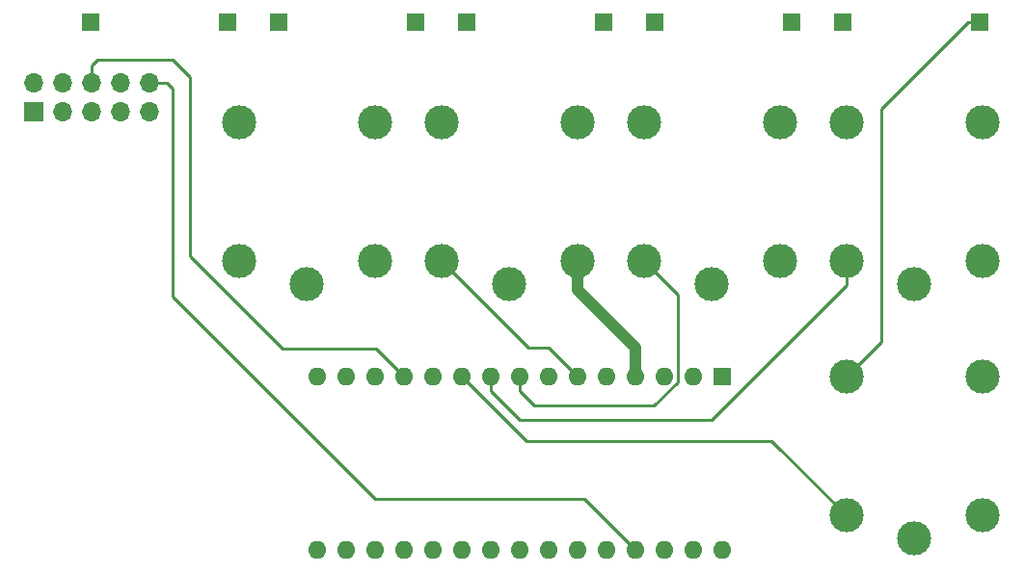
<source format=gbr>
%TF.GenerationSoftware,KiCad,Pcbnew,7.0.7*%
%TF.CreationDate,2023-09-19T13:24:35+02:00*%
%TF.ProjectId,PiFencePCB,50694665-6e63-4655-9043-422e6b696361,0.1*%
%TF.SameCoordinates,Original*%
%TF.FileFunction,Copper,L2,Bot*%
%TF.FilePolarity,Positive*%
%FSLAX46Y46*%
G04 Gerber Fmt 4.6, Leading zero omitted, Abs format (unit mm)*
G04 Created by KiCad (PCBNEW 7.0.7) date 2023-09-19 13:24:35*
%MOMM*%
%LPD*%
G01*
G04 APERTURE LIST*
%TA.AperFunction,ComponentPad*%
%ADD10R,1.700000X1.700000*%
%TD*%
%TA.AperFunction,ComponentPad*%
%ADD11O,1.700000X1.700000*%
%TD*%
%TA.AperFunction,ComponentPad*%
%ADD12R,1.524000X1.524000*%
%TD*%
%TA.AperFunction,ComponentPad*%
%ADD13C,3.000000*%
%TD*%
%TA.AperFunction,ComponentPad*%
%ADD14R,1.600000X1.600000*%
%TD*%
%TA.AperFunction,ComponentPad*%
%ADD15O,1.600000X1.600000*%
%TD*%
%TA.AperFunction,Conductor*%
%ADD16C,0.250000*%
%TD*%
%TA.AperFunction,Conductor*%
%ADD17C,1.000000*%
%TD*%
G04 APERTURE END LIST*
D10*
%TO.P,J7,1,SCLK*%
%TO.N,Net-(A1-SCK)*%
X119888000Y-82804000D03*
D11*
%TO.P,J7,2,GND*%
%TO.N,GND*%
X119888000Y-80264000D03*
%TO.P,J7,3,SCS*%
%TO.N,Net-(A1-D10)*%
X122428000Y-82804000D03*
%TO.P,J7,4,INT*%
%TO.N,unconnected-(J7-INT-Pad4)*%
X122428000Y-80264000D03*
%TO.P,J7,5,MOSI*%
%TO.N,Net-(A1-MOSI)*%
X124968000Y-82804000D03*
%TO.P,J7,6,RST*%
%TO.N,Net-(A1-D9)*%
X124968000Y-80264000D03*
%TO.P,J7,7,MISO*%
%TO.N,Net-(A1-MISO)*%
X127508000Y-82804000D03*
%TO.P,J7,8,GND*%
%TO.N,GND*%
X127508000Y-80264000D03*
%TO.P,J7,9,3.3V*%
%TO.N,unconnected-(J7-3.3V-Pad9)*%
X130048000Y-82804000D03*
%TO.P,J7,10,5V*%
%TO.N,Net-(A1-+5V)*%
X130048000Y-80264000D03*
%TD*%
D12*
%TO.P,J6,1,GND*%
%TO.N,GND*%
X190881000Y-74930000D03*
%TO.P,J6,2,VBUS*%
%TO.N,Net-(J6-VBUS)*%
X202946000Y-74930000D03*
%TD*%
%TO.P,J5,1,GND*%
%TO.N,GND*%
X174371000Y-74930000D03*
%TO.P,J5,2,VBUS*%
%TO.N,Net-(J5-VBUS)*%
X186436000Y-74930000D03*
%TD*%
%TO.P,J4,1,GND*%
%TO.N,GND*%
X157861000Y-74930000D03*
%TO.P,J4,2,VBUS*%
%TO.N,Net-(J4-VBUS)*%
X169926000Y-74930000D03*
%TD*%
%TO.P,J3,1,GND*%
%TO.N,GND*%
X141351000Y-74930000D03*
%TO.P,J3,2,VBUS*%
%TO.N,Net-(J3-VBUS)*%
X153416000Y-74930000D03*
%TD*%
%TO.P,J2,1,GND*%
%TO.N,GND*%
X124841000Y-74930000D03*
%TO.P,J2,2,VBUS*%
%TO.N,Net-(J2-VBUS)*%
X136906000Y-74930000D03*
%TD*%
D13*
%TO.P,K5,11*%
%TO.N,+VDC*%
X197200000Y-120310000D03*
%TO.P,K5,12*%
%TO.N,Net-(J6-VBUS)*%
X191200000Y-106110000D03*
%TO.P,K5,14*%
%TO.N,unconnected-(K5-Pad14)*%
X203200000Y-106110000D03*
%TO.P,K5,A1*%
%TO.N,GND*%
X203200000Y-118310000D03*
%TO.P,K5,A2*%
%TO.N,Net-(A1-D7)*%
X191200000Y-118310000D03*
%TD*%
%TO.P,K4,11*%
%TO.N,+VDC*%
X197200000Y-97950000D03*
%TO.P,K4,12*%
%TO.N,Net-(J5-VBUS)*%
X191200000Y-83750000D03*
%TO.P,K4,14*%
%TO.N,unconnected-(K4-Pad14)*%
X203200000Y-83750000D03*
%TO.P,K4,A1*%
%TO.N,GND*%
X203200000Y-95950000D03*
%TO.P,K4,A2*%
%TO.N,Net-(A1-D6)*%
X191200000Y-95950000D03*
%TD*%
%TO.P,K3,11*%
%TO.N,+VDC*%
X179420000Y-97950000D03*
%TO.P,K3,12*%
%TO.N,Net-(J4-VBUS)*%
X173420000Y-83750000D03*
%TO.P,K3,14*%
%TO.N,unconnected-(K3-Pad14)*%
X185420000Y-83750000D03*
%TO.P,K3,A1*%
%TO.N,GND*%
X185420000Y-95950000D03*
%TO.P,K3,A2*%
%TO.N,Net-(A1-D5)*%
X173420000Y-95950000D03*
%TD*%
%TO.P,K2,11*%
%TO.N,+VDC*%
X161640000Y-97950000D03*
%TO.P,K2,12*%
%TO.N,Net-(J3-VBUS)*%
X155640000Y-83750000D03*
%TO.P,K2,14*%
%TO.N,unconnected-(K2-Pad14)*%
X167640000Y-83750000D03*
%TO.P,K2,A1*%
%TO.N,GND*%
X167640000Y-95950000D03*
%TO.P,K2,A2*%
%TO.N,Net-(A1-D3)*%
X155640000Y-95950000D03*
%TD*%
%TO.P,K1,11*%
%TO.N,+VDC*%
X143860000Y-97950000D03*
%TO.P,K1,12*%
%TO.N,Net-(J2-VBUS)*%
X137860000Y-83750000D03*
%TO.P,K1,14*%
%TO.N,unconnected-(K1-Pad14)*%
X149860000Y-83750000D03*
%TO.P,K1,A1*%
%TO.N,GND*%
X149860000Y-95950000D03*
%TO.P,K1,A2*%
%TO.N,Net-(A1-D2)*%
X137860000Y-95950000D03*
%TD*%
D14*
%TO.P,A1,1,TX1*%
%TO.N,unconnected-(A1-TX1-Pad1)*%
X180340000Y-106110000D03*
D15*
%TO.P,A1,2,RX1*%
%TO.N,unconnected-(A1-RX1-Pad2)*%
X177800000Y-106110000D03*
%TO.P,A1,3,~{RESET}*%
%TO.N,unconnected-(A1-~{RESET}-Pad3)*%
X175260000Y-106110000D03*
%TO.P,A1,4,GND*%
%TO.N,GND*%
X172720000Y-106110000D03*
%TO.P,A1,5,D2*%
%TO.N,Net-(A1-D2)*%
X170180000Y-106110000D03*
%TO.P,A1,6,D3*%
%TO.N,Net-(A1-D3)*%
X167640000Y-106110000D03*
%TO.P,A1,7,D4*%
%TO.N,unconnected-(A1-D4-Pad7)*%
X165100000Y-106110000D03*
%TO.P,A1,8,D5*%
%TO.N,Net-(A1-D5)*%
X162560000Y-106110000D03*
%TO.P,A1,9,D6*%
%TO.N,Net-(A1-D6)*%
X160020000Y-106110000D03*
%TO.P,A1,10,D7*%
%TO.N,Net-(A1-D7)*%
X157480000Y-106110000D03*
%TO.P,A1,11,D8*%
%TO.N,unconnected-(A1-D8-Pad11)*%
X154940000Y-106110000D03*
%TO.P,A1,12,D9*%
%TO.N,Net-(A1-D9)*%
X152400000Y-106110000D03*
%TO.P,A1,13,D10*%
%TO.N,Net-(A1-D10)*%
X149860000Y-106110000D03*
%TO.P,A1,14,MOSI*%
%TO.N,Net-(A1-MOSI)*%
X147320000Y-106110000D03*
%TO.P,A1,15,MISO*%
%TO.N,Net-(A1-MISO)*%
X144780000Y-106110000D03*
%TO.P,A1,16,SCK*%
%TO.N,Net-(A1-SCK)*%
X144780000Y-121350000D03*
%TO.P,A1,17,3V3*%
%TO.N,unconnected-(A1-3V3-Pad17)*%
X147320000Y-121350000D03*
%TO.P,A1,18,AREF*%
%TO.N,unconnected-(A1-AREF-Pad18)*%
X149860000Y-121350000D03*
%TO.P,A1,19,A0*%
%TO.N,unconnected-(A1-A0-Pad19)*%
X152400000Y-121350000D03*
%TO.P,A1,20,A1*%
%TO.N,unconnected-(A1-A1-Pad20)*%
X154940000Y-121350000D03*
%TO.P,A1,21,A2*%
%TO.N,unconnected-(A1-A2-Pad21)*%
X157480000Y-121350000D03*
%TO.P,A1,22,A3*%
%TO.N,unconnected-(A1-A3-Pad22)*%
X160020000Y-121350000D03*
%TO.P,A1,23,SDA/A4*%
%TO.N,unconnected-(A1-SDA{slash}A4-Pad23)*%
X162560000Y-121350000D03*
%TO.P,A1,24,SCL/A5*%
%TO.N,unconnected-(A1-SCL{slash}A5-Pad24)*%
X165100000Y-121350000D03*
%TO.P,A1,25,A6*%
%TO.N,unconnected-(A1-A6-Pad25)*%
X167640000Y-121350000D03*
%TO.P,A1,26,A7*%
%TO.N,unconnected-(A1-A7-Pad26)*%
X170180000Y-121350000D03*
%TO.P,A1,27,+5V*%
%TO.N,Net-(A1-+5V)*%
X172720000Y-121350000D03*
%TO.P,A1,28,~{RESET}*%
%TO.N,unconnected-(A1-~{RESET}-Pad28)*%
X175260000Y-121350000D03*
%TO.P,A1,29,GND*%
%TO.N,GND*%
X177800000Y-121350000D03*
%TO.P,A1,30,VIN*%
%TO.N,+VDC*%
X180340000Y-121350000D03*
%TD*%
D16*
%TO.N,Net-(A1-+5V)*%
X132080000Y-99060000D02*
X132588000Y-99568000D01*
X132080000Y-80772000D02*
X132080000Y-99060000D01*
X132588000Y-99568000D02*
X149860000Y-116840000D01*
X131572000Y-80264000D02*
X132080000Y-80772000D01*
X130048000Y-80264000D02*
X131572000Y-80264000D01*
%TO.N,Net-(A1-D9)*%
X132080000Y-78232000D02*
X133604000Y-79756000D01*
X125476000Y-78232000D02*
X132080000Y-78232000D01*
X124968000Y-78740000D02*
X125476000Y-78232000D01*
X133604000Y-79756000D02*
X133604000Y-95504000D01*
X124968000Y-80264000D02*
X124968000Y-78740000D01*
X141732000Y-103632000D02*
X133604000Y-95504000D01*
X149922000Y-103632000D02*
X141732000Y-103632000D01*
X152400000Y-106110000D02*
X149922000Y-103632000D01*
%TO.N,Net-(J6-VBUS)*%
X201930000Y-74930000D02*
X202946000Y-74930000D01*
X194310000Y-103000000D02*
X194310000Y-82550000D01*
X191200000Y-106110000D02*
X194310000Y-103000000D01*
X194310000Y-82550000D02*
X201930000Y-74930000D01*
%TO.N,Net-(A1-D7)*%
X184650000Y-111760000D02*
X191200000Y-118310000D01*
X163130000Y-111760000D02*
X184650000Y-111760000D01*
X157480000Y-106110000D02*
X163130000Y-111760000D01*
%TO.N,Net-(A1-+5V)*%
X168210000Y-116840000D02*
X172720000Y-121350000D01*
X149860000Y-116840000D02*
X168210000Y-116840000D01*
D17*
%TO.N,GND*%
X172720000Y-103570000D02*
X172720000Y-106110000D01*
D16*
%TO.N,Net-(A1-D3)*%
X165100000Y-103570000D02*
X167640000Y-106110000D01*
%TO.N,Net-(A1-D6)*%
X160020000Y-107380000D02*
X162560000Y-109920000D01*
X160020000Y-106110000D02*
X160020000Y-107380000D01*
%TO.N,Net-(A1-D5)*%
X162560000Y-107380000D02*
X163830000Y-108650000D01*
X162560000Y-106110000D02*
X162560000Y-107380000D01*
X174310991Y-108650000D02*
X163830000Y-108650000D01*
X176385000Y-106575991D02*
X174310991Y-108650000D01*
X176385000Y-98915000D02*
X176385000Y-106575991D01*
X173420000Y-95950000D02*
X176385000Y-98915000D01*
%TO.N,Net-(A1-D6)*%
X179351320Y-109920000D02*
X162560000Y-109920000D01*
X191200000Y-98071320D02*
X179351320Y-109920000D01*
X191200000Y-95950000D02*
X191200000Y-98071320D01*
%TO.N,Net-(A1-D3)*%
X163260000Y-103570000D02*
X165100000Y-103570000D01*
X155640000Y-95950000D02*
X163260000Y-103570000D01*
D17*
%TO.N,GND*%
X167640000Y-98490000D02*
X172720000Y-103570000D01*
X167640000Y-95950000D02*
X167640000Y-98490000D01*
%TD*%
M02*

</source>
